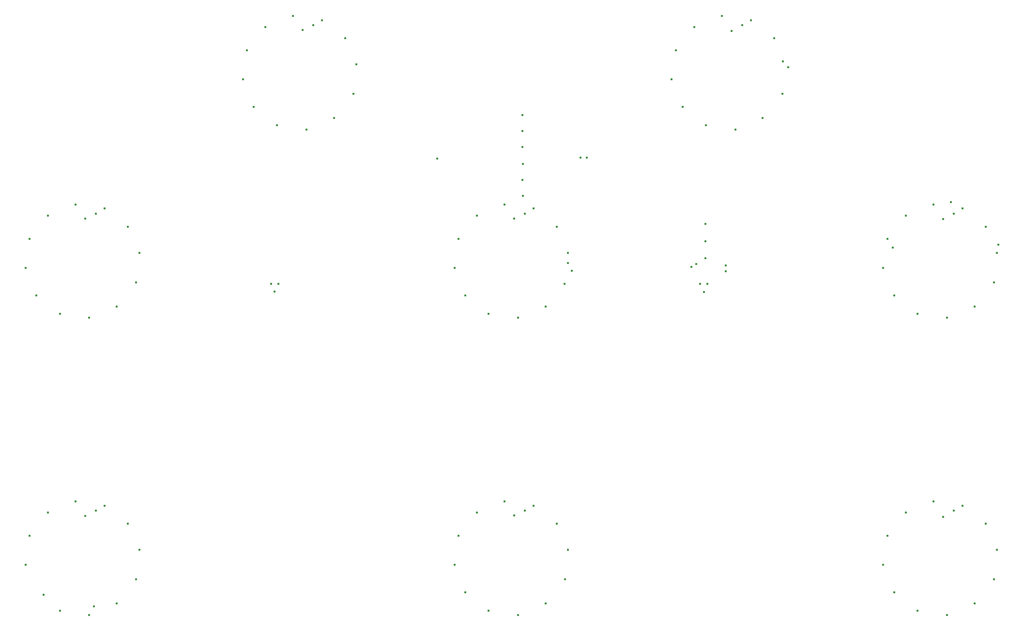
<source format=gbr>
%TF.GenerationSoftware,KiCad,Pcbnew,8.0.4+1*%
%TF.CreationDate,2024-10-16T16:58:29+00:00*%
%TF.ProjectId,pedalboard-display,70656461-6c62-46f6-9172-642d64697370,1.0.0*%
%TF.SameCoordinates,Original*%
%TF.FileFunction,Plated,1,2,PTH,Drill*%
%TF.FilePolarity,Positive*%
%FSLAX46Y46*%
G04 Gerber Fmt 4.6, Leading zero omitted, Abs format (unit mm)*
G04 Created by KiCad (PCBNEW 8.0.4+1) date 2024-10-16 16:58:29*
%MOMM*%
%LPD*%
G01*
G04 APERTURE LIST*
%TA.AperFunction,ViaDrill*%
%ADD10C,0.400000*%
%TD*%
G04 APERTURE END LIST*
D10*
X22071797Y-73196152D03*
X22071797Y-125196152D03*
X22803848Y-68071797D03*
X22803848Y-120071797D03*
X24000000Y-78000000D03*
X25200013Y-130427329D03*
X26000000Y-64000000D03*
X26000000Y-116000000D03*
X28071797Y-81196152D03*
X28071797Y-133196152D03*
X30803848Y-62071797D03*
X30803848Y-114071797D03*
X32500000Y-64500000D03*
X32500000Y-116600000D03*
X33196152Y-81928203D03*
X33196152Y-133928203D03*
X34000000Y-132400000D03*
X34400000Y-63700000D03*
X34400000Y-115700000D03*
X35928203Y-62803848D03*
X35928203Y-114803848D03*
X38000000Y-79940000D03*
X38000000Y-131940000D03*
X40000000Y-66000000D03*
X40000000Y-118000000D03*
X41420000Y-75690000D03*
X41420000Y-127690000D03*
X41950000Y-70540000D03*
X41950000Y-122540000D03*
X60071797Y-40196152D03*
X60803848Y-35071797D03*
X62000000Y-45000000D03*
X64000000Y-31000000D03*
X65000000Y-76000000D03*
X65600000Y-77300000D03*
X66071797Y-48196152D03*
X66300000Y-76000000D03*
X68803848Y-29071797D03*
X70500000Y-31500000D03*
X71196152Y-48928203D03*
X72400000Y-30700000D03*
X73928203Y-29803848D03*
X76000000Y-46940000D03*
X78000000Y-33000000D03*
X79420000Y-42690000D03*
X79950000Y-37540000D03*
X94100000Y-54000000D03*
X97071797Y-73196152D03*
X97071797Y-125196152D03*
X97803848Y-68071797D03*
X97803848Y-120071797D03*
X99000000Y-78000000D03*
X99000000Y-130000000D03*
X101000000Y-64000000D03*
X101000000Y-116000000D03*
X103071797Y-81196152D03*
X103071797Y-133196152D03*
X105803848Y-62071797D03*
X105803848Y-114071797D03*
X107500000Y-64500000D03*
X107500000Y-116500000D03*
X108196152Y-81928203D03*
X108196152Y-133928203D03*
X108980000Y-46440000D03*
X108990000Y-52020000D03*
X109000000Y-49250000D03*
X109000000Y-57750000D03*
X109020000Y-60520000D03*
X109030000Y-54960000D03*
X109400000Y-63700000D03*
X109400000Y-115700000D03*
X110928203Y-62803848D03*
X110928203Y-114803848D03*
X113000000Y-79940000D03*
X113000000Y-131940000D03*
X115000000Y-66000000D03*
X115000000Y-118000000D03*
X116300000Y-76000000D03*
X116420000Y-127690000D03*
X116950000Y-70540000D03*
X116950000Y-122540000D03*
X116950001Y-72323356D03*
X117561796Y-73656662D03*
X119100000Y-53900000D03*
X120200000Y-53878445D03*
X135071797Y-40196152D03*
X135803848Y-35071797D03*
X137000000Y-45000000D03*
X138500000Y-72964638D03*
X139000000Y-31000000D03*
X139373410Y-72520161D03*
X140000000Y-76000000D03*
X140700000Y-77400000D03*
X141000000Y-65500000D03*
X141000000Y-68500000D03*
X141000000Y-71500000D03*
X141071797Y-48196152D03*
X141300000Y-76000000D03*
X143803848Y-29071797D03*
X144500000Y-72750000D03*
X144503556Y-73743466D03*
X145500000Y-31700000D03*
X146196152Y-48928203D03*
X147400000Y-30700000D03*
X148928203Y-29803848D03*
X151000000Y-46940000D03*
X153000000Y-33000000D03*
X154420000Y-42690000D03*
X154480000Y-37020000D03*
X155460000Y-38000000D03*
X172071797Y-73196152D03*
X172071797Y-125196152D03*
X172803848Y-68071797D03*
X172803848Y-120071797D03*
X173700000Y-69600000D03*
X174000000Y-78000000D03*
X174000000Y-130000000D03*
X176000000Y-64000000D03*
X176000000Y-116000000D03*
X178071797Y-81196152D03*
X178071797Y-133196152D03*
X180803848Y-62071797D03*
X180803848Y-114071797D03*
X182500000Y-64600000D03*
X182500000Y-116800000D03*
X183196152Y-81928203D03*
X183196152Y-133928203D03*
X183900000Y-61700000D03*
X184400000Y-63700000D03*
X184400000Y-115700000D03*
X185928203Y-62803848D03*
X185928203Y-114803848D03*
X188000000Y-79940000D03*
X188000000Y-131940000D03*
X190000000Y-66000000D03*
X190000000Y-118000000D03*
X191420000Y-75690000D03*
X191420000Y-127690000D03*
X191950000Y-70540000D03*
X191950000Y-122540000D03*
X192200421Y-69130000D03*
M02*

</source>
